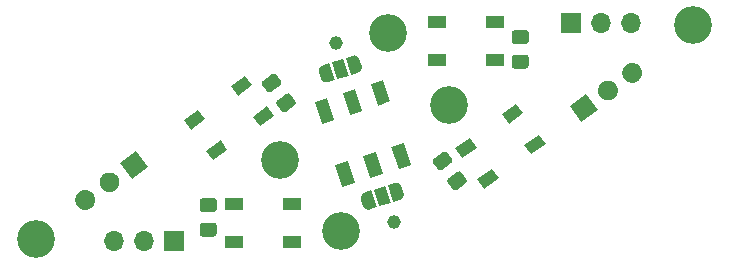
<source format=gbr>
%TF.GenerationSoftware,KiCad,Pcbnew,5.1.9*%
%TF.CreationDate,2021-01-29T13:58:11-05:00*%
%TF.ProjectId,penroserombus_thin_40mm,70656e72-6f73-4657-926f-6d6275735f74,rev?*%
%TF.SameCoordinates,Original*%
%TF.FileFunction,Soldermask,Top*%
%TF.FilePolarity,Negative*%
%FSLAX46Y46*%
G04 Gerber Fmt 4.6, Leading zero omitted, Abs format (unit mm)*
G04 Created by KiCad (PCBNEW 5.1.9) date 2021-01-29 13:58:11*
%MOMM*%
%LPD*%
G01*
G04 APERTURE LIST*
%ADD10C,3.200000*%
%ADD11C,0.100000*%
%ADD12C,1.150000*%
%ADD13R,1.500000X1.000000*%
%ADD14O,1.700000X1.700000*%
%ADD15R,1.700000X1.700000*%
G04 APERTURE END LIST*
D10*
%TO.C,M3*%
X162152501Y-70963609D03*
%TD*%
%TO.C,M3*%
X147806268Y-75624982D03*
%TD*%
%TO.C,M3*%
X127168342Y-82330651D03*
%TD*%
%TO.C,M3*%
X152996675Y-81700001D03*
%TD*%
%TO.C,M3*%
X182790427Y-64257940D03*
%TD*%
%TO.C,M3*%
X156962095Y-64888590D03*
%TD*%
D11*
%TO.C,D4*%
G36*
X169698497Y-73500189D02*
G01*
X170286282Y-74309206D01*
X169072757Y-75190883D01*
X168484972Y-74381866D01*
X169698497Y-73500189D01*
G37*
G36*
X167817584Y-70911335D02*
G01*
X168405369Y-71720352D01*
X167191844Y-72602029D01*
X166604059Y-71793012D01*
X167817584Y-70911335D01*
G37*
G36*
X165734314Y-76380337D02*
G01*
X166322099Y-77189354D01*
X165108574Y-78071031D01*
X164520789Y-77262014D01*
X165734314Y-76380337D01*
G37*
G36*
X163853401Y-73791483D02*
G01*
X164441186Y-74600500D01*
X163227661Y-75482177D01*
X162639876Y-74673160D01*
X163853401Y-73791483D01*
G37*
%TD*%
%TO.C,C1*%
G36*
G01*
X147581220Y-70620256D02*
X148349787Y-70061860D01*
G75*
G02*
X148698987Y-70117168I146946J-202254D01*
G01*
X149095742Y-70663254D01*
G75*
G02*
X149040434Y-71012454I-202254J-146946D01*
G01*
X148271867Y-71570850D01*
G75*
G02*
X147922667Y-71515542I-146946J202254D01*
G01*
X147525912Y-70969456D01*
G75*
G02*
X147581220Y-70620256I202254J146946D01*
G01*
G37*
G36*
G01*
X146361566Y-68941546D02*
X147130133Y-68383150D01*
G75*
G02*
X147479333Y-68438458I146946J-202254D01*
G01*
X147876088Y-68984544D01*
G75*
G02*
X147820780Y-69333744I-202254J-146946D01*
G01*
X147052213Y-69892140D01*
G75*
G02*
X146703013Y-69836832I-146946J202254D01*
G01*
X146306258Y-69290746D01*
G75*
G02*
X146361566Y-68941546I202254J146946D01*
G01*
G37*
%TD*%
D12*
%TO.C,MH*%
X157439371Y-80865352D03*
%TD*%
%TO.C,MH*%
X152519399Y-65723239D03*
%TD*%
D11*
%TO.C,SW1*%
G36*
X155493295Y-69189402D02*
G01*
X156539458Y-68849484D01*
X157142041Y-70704044D01*
X156095878Y-71043962D01*
X155493295Y-69189402D01*
G37*
G36*
X153115654Y-69961944D02*
G01*
X154161817Y-69622026D01*
X154764400Y-71476586D01*
X153718237Y-71816504D01*
X153115654Y-69961944D01*
G37*
G36*
X150738013Y-70734487D02*
G01*
X151784176Y-70394569D01*
X152386759Y-72249129D01*
X151340596Y-72589047D01*
X150738013Y-70734487D01*
G37*
G36*
X157239241Y-74562871D02*
G01*
X158285404Y-74222953D01*
X158887987Y-76077513D01*
X157841824Y-76417431D01*
X157239241Y-74562871D01*
G37*
G36*
X154861600Y-75335414D02*
G01*
X155907763Y-74995496D01*
X156510346Y-76850056D01*
X155464183Y-77189974D01*
X154861600Y-75335414D01*
G37*
G36*
X152483959Y-76107956D02*
G01*
X153530122Y-75768038D01*
X154132705Y-77622598D01*
X153086542Y-77962516D01*
X152483959Y-76107956D01*
G37*
%TD*%
D13*
%TO.C,D1*%
X161116375Y-63976046D03*
X161116375Y-67176046D03*
X166016375Y-63976046D03*
X166016375Y-67176046D03*
%TD*%
%TO.C,D2*%
X143942394Y-79412545D03*
X143942394Y-82612545D03*
X148842394Y-79412545D03*
X148842394Y-82612545D03*
%TD*%
%TO.C,C4*%
G36*
G01*
X163518434Y-77616454D02*
X162749867Y-78174850D01*
G75*
G02*
X162400667Y-78119542I-146946J202254D01*
G01*
X162003912Y-77573456D01*
G75*
G02*
X162059220Y-77224256I202254J146946D01*
G01*
X162827787Y-76665860D01*
G75*
G02*
X163176987Y-76721168I146946J-202254D01*
G01*
X163573742Y-77267254D01*
G75*
G02*
X163518434Y-77616454I-202254J-146946D01*
G01*
G37*
G36*
G01*
X162298780Y-75937744D02*
X161530213Y-76496140D01*
G75*
G02*
X161181013Y-76440832I-146946J202254D01*
G01*
X160784258Y-75894746D01*
G75*
G02*
X160839566Y-75545546I202254J146946D01*
G01*
X161608133Y-74987150D01*
G75*
G02*
X161957333Y-75042458I146946J-202254D01*
G01*
X162354088Y-75588544D01*
G75*
G02*
X162298780Y-75937744I-202254J-146946D01*
G01*
G37*
%TD*%
%TO.C,C3*%
G36*
G01*
X142207000Y-80068000D02*
X141257000Y-80068000D01*
G75*
G02*
X141007000Y-79818000I0J250000D01*
G01*
X141007000Y-79143000D01*
G75*
G02*
X141257000Y-78893000I250000J0D01*
G01*
X142207000Y-78893000D01*
G75*
G02*
X142457000Y-79143000I0J-250000D01*
G01*
X142457000Y-79818000D01*
G75*
G02*
X142207000Y-80068000I-250000J0D01*
G01*
G37*
G36*
G01*
X142207000Y-82143000D02*
X141257000Y-82143000D01*
G75*
G02*
X141007000Y-81893000I0J250000D01*
G01*
X141007000Y-81218000D01*
G75*
G02*
X141257000Y-80968000I250000J0D01*
G01*
X142207000Y-80968000D01*
G75*
G02*
X142457000Y-81218000I0J-250000D01*
G01*
X142457000Y-81893000D01*
G75*
G02*
X142207000Y-82143000I-250000J0D01*
G01*
G37*
%TD*%
D11*
%TO.C,J3*%
G36*
X134235591Y-75875041D02*
G01*
X135610920Y-74875806D01*
X136610155Y-76251135D01*
X135234826Y-77250370D01*
X134235591Y-75875041D01*
G37*
G36*
G01*
X132868353Y-76868399D02*
X132868353Y-76868399D01*
G75*
G02*
X134055634Y-77056446I499617J-687664D01*
G01*
X134055634Y-77056446D01*
G75*
G02*
X133867587Y-78243727I-687664J-499617D01*
G01*
X133867587Y-78243727D01*
G75*
G02*
X132680306Y-78055680I-499617J687664D01*
G01*
X132680306Y-78055680D01*
G75*
G02*
X132868353Y-76868399I687664J499617D01*
G01*
G37*
G36*
G01*
X130813450Y-78361373D02*
X130813450Y-78361373D01*
G75*
G02*
X132000731Y-78549420I499617J-687664D01*
G01*
X132000731Y-78549420D01*
G75*
G02*
X131812684Y-79736701I-687664J-499617D01*
G01*
X131812684Y-79736701D01*
G75*
G02*
X130625403Y-79548654I-499617J687664D01*
G01*
X130625403Y-79548654D01*
G75*
G02*
X130813450Y-78361373I687664J499617D01*
G01*
G37*
%TD*%
%TO.C,C2*%
G36*
G01*
X167673000Y-64669000D02*
X168623000Y-64669000D01*
G75*
G02*
X168873000Y-64919000I0J-250000D01*
G01*
X168873000Y-65594000D01*
G75*
G02*
X168623000Y-65844000I-250000J0D01*
G01*
X167673000Y-65844000D01*
G75*
G02*
X167423000Y-65594000I0J250000D01*
G01*
X167423000Y-64919000D01*
G75*
G02*
X167673000Y-64669000I250000J0D01*
G01*
G37*
G36*
G01*
X167673000Y-66744000D02*
X168623000Y-66744000D01*
G75*
G02*
X168873000Y-66994000I0J-250000D01*
G01*
X168873000Y-67669000D01*
G75*
G02*
X168623000Y-67919000I-250000J0D01*
G01*
X167673000Y-67919000D01*
G75*
G02*
X167423000Y-67669000I0J250000D01*
G01*
X167423000Y-66994000D01*
G75*
G02*
X167673000Y-66744000I250000J0D01*
G01*
G37*
%TD*%
%TO.C,D3*%
G36*
X146105368Y-72797107D02*
G01*
X145517583Y-71988090D01*
X146731108Y-71106413D01*
X147318893Y-71915430D01*
X146105368Y-72797107D01*
G37*
G36*
X144224455Y-70208253D02*
G01*
X143636670Y-69399236D01*
X144850195Y-68517559D01*
X145437980Y-69326576D01*
X144224455Y-70208253D01*
G37*
G36*
X142141185Y-75677255D02*
G01*
X141553400Y-74868238D01*
X142766925Y-73986561D01*
X143354710Y-74795578D01*
X142141185Y-75677255D01*
G37*
G36*
X140260272Y-73088401D02*
G01*
X139672487Y-72279384D01*
X140886012Y-71397707D01*
X141473797Y-72206724D01*
X140260272Y-73088401D01*
G37*
%TD*%
D14*
%TO.C,J1*%
X177508389Y-64039267D03*
X174968389Y-64039267D03*
D15*
X172428389Y-64039267D03*
%TD*%
%TO.C,J2*%
X138799045Y-82550000D03*
D14*
X136259045Y-82550000D03*
X133719045Y-82550000D03*
%TD*%
%TO.C,J4*%
G36*
G01*
X178119344Y-68973468D02*
X178119344Y-68973468D01*
G75*
G02*
X176932063Y-68785421I-499617J687664D01*
G01*
X176932063Y-68785421D01*
G75*
G02*
X177120110Y-67598140I687664J499617D01*
G01*
X177120110Y-67598140D01*
G75*
G02*
X178307391Y-67786187I499617J-687664D01*
G01*
X178307391Y-67786187D01*
G75*
G02*
X178119344Y-68973468I-687664J-499617D01*
G01*
G37*
G36*
G01*
X176064441Y-70466442D02*
X176064441Y-70466442D01*
G75*
G02*
X174877160Y-70278395I-499617J687664D01*
G01*
X174877160Y-70278395D01*
G75*
G02*
X175065207Y-69091114I687664J499617D01*
G01*
X175065207Y-69091114D01*
G75*
G02*
X176252488Y-69279161I499617J-687664D01*
G01*
X176252488Y-69279161D01*
G75*
G02*
X176064441Y-70466442I-687664J-499617D01*
G01*
G37*
D11*
G36*
X174697203Y-71459800D02*
G01*
X173321874Y-72459035D01*
X172322639Y-71083706D01*
X173697968Y-70084471D01*
X174697203Y-71459800D01*
G37*
%TD*%
%TO.C,JP1*%
G36*
X156707766Y-77851477D02*
G01*
X157171291Y-79278062D01*
X156220234Y-79587079D01*
X155756709Y-78160494D01*
X156707766Y-77851477D01*
G37*
G36*
X155459204Y-79833720D02*
G01*
X155435870Y-79841301D01*
X155387943Y-79851816D01*
X155339216Y-79857584D01*
X155290157Y-79858547D01*
X155241240Y-79854698D01*
X155192937Y-79846071D01*
X155145712Y-79832753D01*
X155100020Y-79814869D01*
X155056299Y-79792592D01*
X155014974Y-79766139D01*
X154976440Y-79735760D01*
X154941069Y-79701753D01*
X154909203Y-79664441D01*
X154881146Y-79624186D01*
X154857171Y-79581374D01*
X154837507Y-79536420D01*
X154829926Y-79513087D01*
X154829353Y-79513273D01*
X154674844Y-79037744D01*
X154675417Y-79037558D01*
X154667836Y-79014225D01*
X154657321Y-78966298D01*
X154651553Y-78917570D01*
X154650590Y-78868512D01*
X154654439Y-78819595D01*
X154663066Y-78771292D01*
X154676384Y-78724066D01*
X154694268Y-78678374D01*
X154716545Y-78634654D01*
X154742998Y-78593328D01*
X154773376Y-78554795D01*
X154807384Y-78519424D01*
X154844695Y-78487557D01*
X154884951Y-78459501D01*
X154927762Y-78435526D01*
X154972717Y-78415862D01*
X154996050Y-78408280D01*
X154995864Y-78407708D01*
X155518945Y-78237748D01*
X155982471Y-79664333D01*
X155459390Y-79834292D01*
X155459204Y-79833720D01*
G37*
G36*
X156945529Y-77774223D02*
G01*
X157468610Y-77604264D01*
X157468796Y-77604836D01*
X157492130Y-77597255D01*
X157540057Y-77586740D01*
X157588784Y-77580972D01*
X157637843Y-77580009D01*
X157686760Y-77583858D01*
X157735063Y-77592485D01*
X157782288Y-77605803D01*
X157827980Y-77623687D01*
X157871701Y-77645964D01*
X157913026Y-77672417D01*
X157951560Y-77702796D01*
X157986931Y-77736803D01*
X158018797Y-77774115D01*
X158046854Y-77814370D01*
X158070829Y-77857182D01*
X158090493Y-77902136D01*
X158098074Y-77925469D01*
X158098647Y-77925283D01*
X158253156Y-78400812D01*
X158252583Y-78400998D01*
X158260164Y-78424331D01*
X158270679Y-78472258D01*
X158276447Y-78520986D01*
X158277410Y-78570044D01*
X158273561Y-78618961D01*
X158264934Y-78667264D01*
X158251616Y-78714490D01*
X158233732Y-78760182D01*
X158211455Y-78803902D01*
X158185002Y-78845228D01*
X158154624Y-78883761D01*
X158120616Y-78919132D01*
X158083305Y-78950999D01*
X158043049Y-78979055D01*
X158000238Y-79003030D01*
X157955283Y-79022694D01*
X157931950Y-79030276D01*
X157932136Y-79030848D01*
X157409055Y-79200808D01*
X156945529Y-77774223D01*
G37*
%TD*%
%TO.C,JP2*%
G36*
X153389529Y-66999945D02*
G01*
X153912610Y-66829986D01*
X153912796Y-66830558D01*
X153936130Y-66822977D01*
X153984057Y-66812462D01*
X154032784Y-66806694D01*
X154081843Y-66805731D01*
X154130760Y-66809580D01*
X154179063Y-66818207D01*
X154226288Y-66831525D01*
X154271980Y-66849409D01*
X154315701Y-66871686D01*
X154357026Y-66898139D01*
X154395560Y-66928518D01*
X154430931Y-66962525D01*
X154462797Y-66999837D01*
X154490854Y-67040092D01*
X154514829Y-67082904D01*
X154534493Y-67127858D01*
X154542074Y-67151191D01*
X154542647Y-67151005D01*
X154697156Y-67626534D01*
X154696583Y-67626720D01*
X154704164Y-67650053D01*
X154714679Y-67697980D01*
X154720447Y-67746708D01*
X154721410Y-67795766D01*
X154717561Y-67844683D01*
X154708934Y-67892986D01*
X154695616Y-67940212D01*
X154677732Y-67985904D01*
X154655455Y-68029624D01*
X154629002Y-68070950D01*
X154598624Y-68109483D01*
X154564616Y-68144854D01*
X154527305Y-68176721D01*
X154487049Y-68204777D01*
X154444238Y-68228752D01*
X154399283Y-68248416D01*
X154375950Y-68255998D01*
X154376136Y-68256570D01*
X153853055Y-68426530D01*
X153389529Y-66999945D01*
G37*
G36*
X151903204Y-69059442D02*
G01*
X151879870Y-69067023D01*
X151831943Y-69077538D01*
X151783216Y-69083306D01*
X151734157Y-69084269D01*
X151685240Y-69080420D01*
X151636937Y-69071793D01*
X151589712Y-69058475D01*
X151544020Y-69040591D01*
X151500299Y-69018314D01*
X151458974Y-68991861D01*
X151420440Y-68961482D01*
X151385069Y-68927475D01*
X151353203Y-68890163D01*
X151325146Y-68849908D01*
X151301171Y-68807096D01*
X151281507Y-68762142D01*
X151273926Y-68738809D01*
X151273353Y-68738995D01*
X151118844Y-68263466D01*
X151119417Y-68263280D01*
X151111836Y-68239947D01*
X151101321Y-68192020D01*
X151095553Y-68143292D01*
X151094590Y-68094234D01*
X151098439Y-68045317D01*
X151107066Y-67997014D01*
X151120384Y-67949788D01*
X151138268Y-67904096D01*
X151160545Y-67860376D01*
X151186998Y-67819050D01*
X151217376Y-67780517D01*
X151251384Y-67745146D01*
X151288695Y-67713279D01*
X151328951Y-67685223D01*
X151371762Y-67661248D01*
X151416717Y-67641584D01*
X151440050Y-67634002D01*
X151439864Y-67633430D01*
X151962945Y-67463470D01*
X152426471Y-68890055D01*
X151903390Y-69060014D01*
X151903204Y-69059442D01*
G37*
G36*
X153151766Y-67077199D02*
G01*
X153615291Y-68503784D01*
X152664234Y-68812801D01*
X152200709Y-67386216D01*
X153151766Y-67077199D01*
G37*
%TD*%
M02*

</source>
